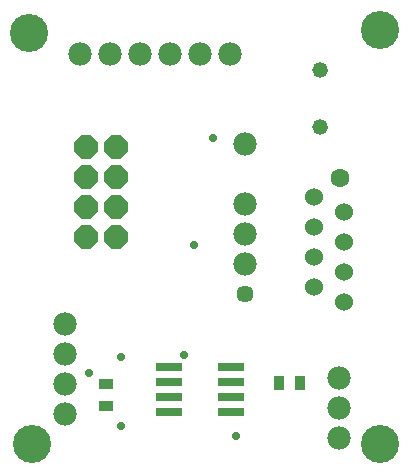
<source format=gbs>
G75*
%MOIN*%
%OFA0B0*%
%FSLAX24Y24*%
%IPPOS*%
%LPD*%
%AMOC8*
5,1,8,0,0,1.08239X$1,22.5*
%
%ADD10R,0.0910X0.0280*%
%ADD11C,0.0520*%
%ADD12R,0.0512X0.0355*%
%ADD13R,0.0355X0.0512*%
%ADD14C,0.0780*%
%ADD15C,0.0571*%
%ADD16OC8,0.0780*%
%ADD17C,0.0600*%
%ADD18C,0.0631*%
%ADD19C,0.0276*%
%ADD20C,0.1267*%
D10*
X009680Y006840D03*
X009680Y007340D03*
X009680Y007840D03*
X009680Y008340D03*
X011740Y008340D03*
X011740Y007840D03*
X011740Y007340D03*
X011740Y006840D03*
D11*
X014690Y016350D03*
X014690Y018250D03*
D12*
X007560Y007775D03*
X007560Y007066D03*
D13*
X013325Y007830D03*
X014034Y007830D03*
D14*
X015320Y008000D03*
X015320Y007000D03*
X015320Y006000D03*
X012190Y011800D03*
X012190Y012800D03*
X012190Y013800D03*
X012190Y015800D03*
X011690Y018800D03*
X010690Y018800D03*
X009690Y018800D03*
X008690Y018800D03*
X007690Y018800D03*
X006690Y018800D03*
X006190Y009800D03*
X006190Y008800D03*
X006190Y007800D03*
X006190Y006800D03*
D15*
X012190Y010800D03*
D16*
X007890Y012690D03*
X007890Y013690D03*
X007890Y014690D03*
X007890Y015690D03*
X006890Y015690D03*
X006890Y014690D03*
X006890Y013690D03*
X006890Y012690D03*
D17*
X014500Y013020D03*
X014500Y014020D03*
X015500Y013520D03*
X015500Y012520D03*
X015500Y011520D03*
X015500Y010520D03*
X014500Y011020D03*
X014500Y012020D03*
D18*
X015356Y014658D03*
D19*
X011130Y015980D03*
X010500Y012410D03*
X010150Y008770D03*
X008050Y008700D03*
X007000Y008140D03*
X008050Y006390D03*
X011900Y006040D03*
D20*
X005090Y005800D03*
X016690Y005800D03*
X016690Y019600D03*
X004990Y019500D03*
M02*

</source>
